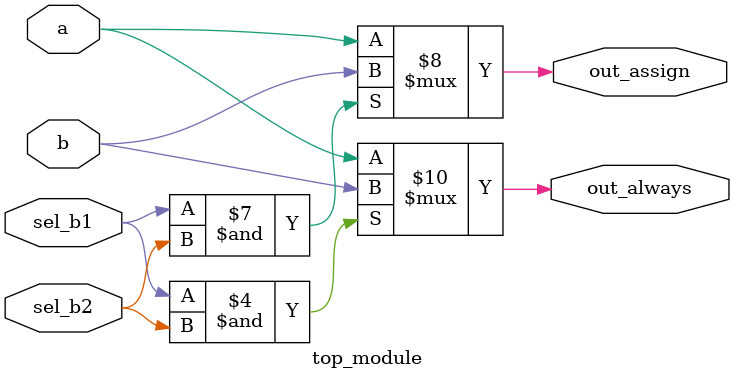
<source format=v>
module top_module(
    input a,
    input b,
    input sel_b1,
    input sel_b2,
    output wire out_assign,
    output reg out_always   ); 
    always @(a, b, sel_b1, sel_b2) begin
        if (sel_b1 == 1 & sel_b2 == 1) begin
            out_always = b;
        end
        else begin
            out_always = a;
        end

    end

    assign out_assign = (sel_b1 == 1 & sel_b2 == 1) ? b : a;
endmodule

</source>
